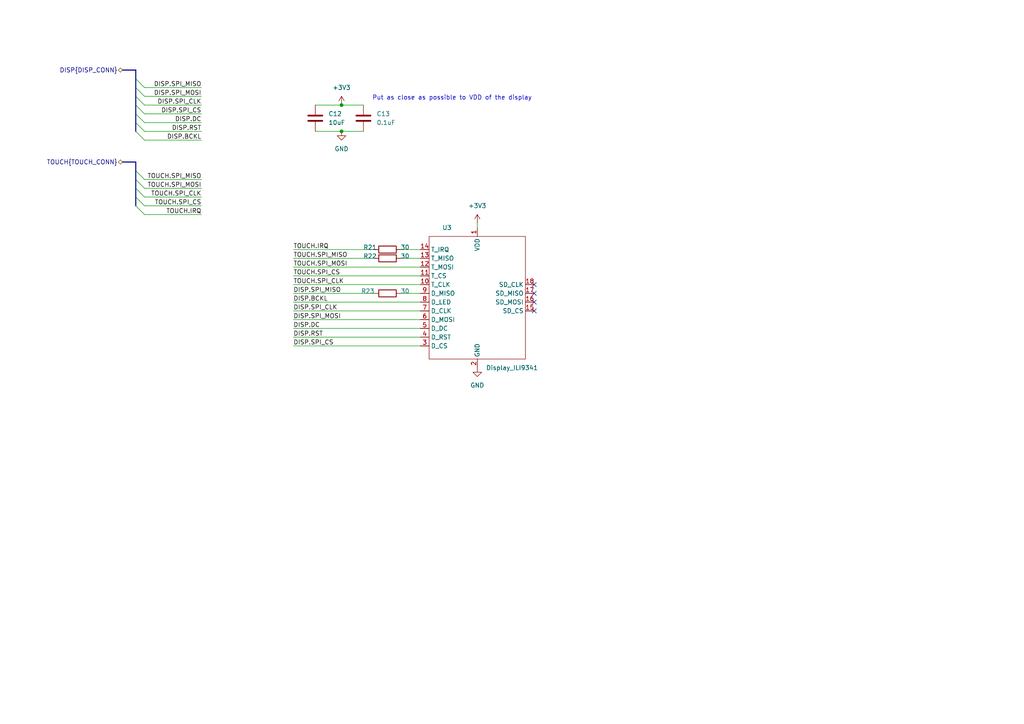
<source format=kicad_sch>
(kicad_sch (version 20211123) (generator eeschema)
  (paper "A4")
  (title_block (title "Display") (date "2022/01/07") (rev "v0.1") (company "Bzgec"))
  (lib_symbols
    (symbol "Device:C" (pin_numbers hide) (pin_names (offset 0.254))
      (property "Reference" "C" (at 0.635 2.54 0))
      (property "Value" "C" (at 0.635 -2.54 0))
      (symbol "C_0_1"
        (polyline (pts (xy -2.032 -0.762) (xy 2.032 -0.762)) (stroke (width 0.508)))
        (polyline (pts (xy -2.032 0.762) (xy 2.032 0.762)) (stroke (width 0.508)))
      )
      (symbol "C_1_1"
        (pin passive line (at 0 3.81 270) (length 2.794) (name "~") (number "1"))
        (pin passive line (at 0 -3.81 90) (length 2.794) (name "~") (number "2"))
      )
    )
    (symbol "Device:R" (pin_numbers hide) (pin_names (offset 0))
      (property "Reference" "R" (at 2.032 0 90))
      (property "Value" "R" (at 0 0 90))
      (symbol "R_0_1"
        (rectangle (start -1.016 -2.54) (end 1.016 2.54) (stroke (width 0.254)))
      )
      (symbol "R_1_1"
        (pin passive line (at 0 3.81 270) (length 1.27) (name "~") (number "1"))
        (pin passive line (at 0 -3.81 90) (length 1.27) (name "~") (number "2"))
      )
    )
    (symbol "myLib:Display_ILI9341"
      (property "Reference" "U" (at -12.7 19.05 0))
      (property "Value" "Display_ILI9341" (at 8.89 -20.32 0))
      (symbol "Display_ILI9341_0_0"
        (pin power_in line (at 0 20.32 270) (length 2.54) (name "VDD") (number "1"))
        (pin input line (at -16.51 3.81 0) (length 2.54) (name "T_CLK") (number "10"))
        (pin input line (at -16.51 6.35 0) (length 2.54) (name "T_CS") (number "11"))
        (pin input line (at -16.51 8.89 0) (length 2.54) (name "T_MOSI") (number "12"))
        (pin output line (at -16.51 11.43 0) (length 2.54) (name "T_MISO") (number "13"))
        (pin output line (at -16.51 13.97 0) (length 2.54) (name "T_IRQ") (number "14"))
        (pin input line (at 16.51 -3.81 180) (length 2.54) (name "SD_CS") (number "15"))
        (pin input line (at 16.51 -1.27 180) (length 2.54) (name "SD_MOSI") (number "16"))
        (pin output line (at 16.51 1.27 180) (length 2.54) (name "SD_MISO") (number "17"))
        (pin input line (at 16.51 3.81 180) (length 2.54) (name "SD_CLK") (number "18"))
        (pin power_in line (at 0 -20.32 90) (length 2.54) (name "GND") (number "2"))
        (pin input line (at -16.51 -13.97 0) (length 2.54) (name "D_CS") (number "3"))
        (pin input line (at -16.51 -11.43 0) (length 2.54) (name "D_RST") (number "4"))
        (pin input line (at -16.51 -8.89 0) (length 2.54) (name "D_DC") (number "5"))
        (pin input line (at -16.51 -6.35 0) (length 2.54) (name "D_MOSI") (number "6"))
        (pin input line (at -16.51 -3.81 0) (length 2.54) (name "D_CLK") (number "7"))
        (pin input line (at -16.51 -1.27 0) (length 2.54) (name "D_LED") (number "8"))
        (pin output line (at -16.51 1.27 0) (length 2.54) (name "D_MISO") (number "9"))
      )
      (symbol "Display_ILI9341_0_1"
        (rectangle (start -13.97 17.78) (end 13.97 -17.78))
      )
    )
    (symbol "power:+3.3V" (power) (pin_names (offset 0))
      (property "Value" "+3.3V" (at 0 3.556 0))
      (symbol "+3.3V_0_1"
        (polyline (pts (xy -0.762 1.27) (xy 0 2.54)))
        (polyline (pts (xy 0 0) (xy 0 2.54)))
        (polyline (pts (xy 0 2.54) (xy 0.762 1.27)))
      )
      (symbol "+3.3V_1_1"
        (pin power_in line (at 0 0 90) (length 0) hide (name "+3V3") (number "1"))
      )
    )
    (symbol "power:GND" (power) (pin_names (offset 0))
      (property "Value" "GND" (at 0 -3.81 0))
      (symbol "GND_0_1"
        (polyline (pts (xy 0 0) (xy 0 -1.27) (xy 1.27 -1.27) (xy 0 -2.54) (xy -1.27 -1.27) (xy 0 -1.27)))
      )
      (symbol "GND_1_1"
        (pin power_in line (at 0 0 270) (length 0) hide (name "GND") (number "1"))
      )
    )
  )
  (bus_alias "DISP_CONN" (members "SPI_MISO" "SPI_MOSI" "SPI_CLK" "SPI_CS" "DC" "RST" "BCKL"))
  (junction (at 99.06 30.48))
  (junction (at 99.06 38.1))
  (no_connect (at 154.94 85.09))
  (no_connect (at 154.94 87.63))
  (no_connect (at 154.94 82.55))
  (no_connect (at 154.94 90.17))
  (bus_entry (at 39.37 22.86) (size 2.54 2.54))
  (bus_entry (at 41.91 52.07) (size -2.54 -2.54))
  (bus_entry (at 41.91 59.69) (size -2.54 -2.54))
  (bus_entry (at 41.91 57.15) (size -2.54 -2.54))
  (bus_entry (at 41.91 62.23) (size -2.54 -2.54))
  (bus_entry (at 41.91 54.61) (size -2.54 -2.54))
  (bus_entry (at 39.37 25.4) (size 2.54 2.54))
  (bus_entry (at 39.37 33.02) (size 2.54 2.54))
  (bus_entry (at 39.37 35.56) (size 2.54 2.54))
  (bus_entry (at 39.37 38.1) (size 2.54 2.54))
  (bus_entry (at 39.37 30.48) (size 2.54 2.54))
  (bus_entry (at 39.37 27.94) (size 2.54 2.54))
  (bus (pts (xy 39.37 46.99) (xy 35.56 46.99)))
  (wire (pts (xy 85.09 100.33) (xy 121.92 100.33)))
  (wire (pts (xy 91.44 30.48) (xy 99.06 30.48)))
  (bus (pts (xy 39.37 20.32) (xy 39.37 22.86)))
  (bus (pts (xy 39.37 54.61) (xy 39.37 57.15)))
  (wire (pts (xy 85.09 85.09) (xy 108.585 85.09)))
  (wire (pts (xy 116.205 85.09) (xy 121.92 85.09)))
  (bus (pts (xy 39.37 52.07) (xy 39.37 54.61)))
  (bus (pts (xy 39.37 57.15) (xy 39.37 59.69)))
  (wire (pts (xy 85.09 72.39) (xy 108.585 72.39)))
  (wire (pts (xy 58.42 33.02) (xy 41.91 33.02)))
  (wire (pts (xy 85.09 92.71) (xy 121.92 92.71)))
  (wire (pts (xy 85.09 74.93) (xy 108.585 74.93)))
  (bus (pts (xy 39.37 35.56) (xy 39.37 38.1)))
  (bus (pts (xy 39.37 30.48) (xy 39.37 33.02)))
  (wire (pts (xy 85.09 80.01) (xy 121.92 80.01)))
  (wire (pts (xy 58.42 59.69) (xy 41.91 59.69)))
  (wire (pts (xy 85.09 95.25) (xy 121.92 95.25)))
  (bus (pts (xy 35.56 20.32) (xy 39.37 20.32)))
  (wire (pts (xy 99.06 38.1) (xy 105.41 38.1)))
  (bus (pts (xy 39.37 49.53) (xy 39.37 52.07)))
  (wire (pts (xy 85.09 87.63) (xy 121.92 87.63)))
  (wire (pts (xy 85.09 77.47) (xy 121.92 77.47)))
  (bus (pts (xy 39.37 27.94) (xy 39.37 25.4)))
  (wire (pts (xy 41.91 52.07) (xy 58.42 52.07)))
  (wire (pts (xy 41.91 35.56) (xy 58.42 35.56)))
  (wire (pts (xy 85.09 97.79) (xy 121.92 97.79)))
  (wire (pts (xy 85.09 90.17) (xy 121.92 90.17)))
  (wire (pts (xy 58.42 27.94) (xy 41.91 27.94)))
  (wire (pts (xy 99.06 30.48) (xy 105.41 30.48)))
  (wire (pts (xy 41.91 57.15) (xy 58.42 57.15)))
  (wire (pts (xy 41.91 30.48) (xy 58.42 30.48)))
  (wire (pts (xy 116.205 72.39) (xy 121.92 72.39)))
  (wire (pts (xy 85.09 82.55) (xy 121.92 82.55)))
  (bus (pts (xy 39.37 22.86) (xy 39.37 25.4)))
  (bus (pts (xy 39.37 27.94) (xy 39.37 30.48)))
  (wire (pts (xy 41.91 25.4) (xy 58.42 25.4)))
  (bus (pts (xy 39.37 46.99) (xy 39.37 49.53)))
  (wire (pts (xy 116.205 74.93) (xy 121.92 74.93)))
  (wire (pts (xy 91.44 38.1) (xy 99.06 38.1)))
  (wire (pts (xy 41.91 62.23) (xy 58.42 62.23)))
  (wire (pts (xy 58.42 38.1) (xy 41.91 38.1)))
  (bus (pts (xy 39.37 35.56) (xy 39.37 33.02)))
  (wire (pts (xy 138.43 64.77) (xy 138.43 66.04)))
  (wire (pts (xy 58.42 54.61) (xy 41.91 54.61)))
  (wire (pts (xy 41.91 40.64) (xy 58.42 40.64)))
  (text "Put as close as possible to VDD of the display" (at 107.95 29.21 0) (effects (font (size 1.27 1.27)) (justify left bottom)))
  (label "TOUCH.IRQ" (at 58.42 62.23 180))
  (label "TOUCH.SPI_CS" (at 85.09 80.01 0))
  (label "DISP.DC" (at 85.09 95.25 0))
  (label "TOUCH.SPI_MISO" (at 58.42 52.07 180))
  (label "TOUCH.IRQ" (at 85.09 72.39 0))
  (label "TOUCH.SPI_CLK" (at 58.42 57.15 180))
  (label "DISP.SPI_MOSI" (at 58.42 27.94 180))
  (label "DISP.BCKL" (at 58.42 40.64 180))
  (label "DISP.SPI_CS" (at 85.09 100.33 0))
  (label "DISP.SPI_CLK" (at 58.42 30.48 180))
  (label "DISP.BCKL" (at 85.09 87.63 0))
  (label "DISP.SPI_MISO" (at 85.09 85.09 0))
  (label "DISP.RST" (at 58.42 38.1 180))
  (label "DISP.RST" (at 85.09 97.79 0))
  (label "DISP.DC" (at 58.42 35.56 180))
  (label "TOUCH.SPI_CLK" (at 85.09 82.55 0))
  (label "TOUCH.SPI_MOSI" (at 58.42 54.61 180))
  (label "DISP.SPI_MISO" (at 58.42 25.4 180))
  (label "DISP.SPI_MOSI" (at 85.09 92.71 0))
  (label "TOUCH.SPI_MOSI" (at 85.09 77.47 0))
  (label "TOUCH.SPI_MISO" (at 85.09 74.93 0))
  (label "TOUCH.SPI_CS" (at 58.42 59.69 180))
  (label "DISP.SPI_CLK" (at 85.09 90.17 0))
  (label "DISP.SPI_CS" (at 58.42 33.02 180))
  (hierarchical_label "DISP{DISP_CONN}" (shape bidirectional) (at 35.56 20.32 180))
  (hierarchical_label "TOUCH{TOUCH_CONN}" (shape bidirectional) (at 35.56 46.99 180))
  (symbol (lib_id "power:+3.3V") (at 99.06 30.48 0) (unit 1)
    (property "Reference" "#PWR028" (effects hide))
    (property "Value" "+3.3V" (at 99.06 25.4 0))
  )
  (symbol (lib_id "power:+3.3V") (at 138.43 64.77 0) (unit 1)
    (property "Reference" "#PWR030" (effects hide))
    (property "Value" "+3.3V" (at 138.43 59.69 0))
  )
  (symbol (lib_id "Device:C") (at 105.41 34.29 0) (unit 1)
    (property "Reference" "C13" (at 109.22 33.0199 0) (effects (justify left)))
    (property "Value" "0.1uF" (at 109.22 35.5599 0) (effects (justify left)))
    (property "Footprint" "Capacitor_SMD:C_0603_1608Metric_Pad1.08x0.95mm_HandSolder" (effects hide))
  )
  (symbol (lib_id "myLib:Display_ILI9341") (at 138.43 86.36 0) (unit 1)
    (property "Reference" "U3" (at 128.27 66.04 0) (effects (justify left)))
    (property "Value" "Display_ILI9341" (at 140.97 106.68 0) (effects (justify left)))
    (property "Footprint" "myLib:ILI9341" (effects hide))
  )
  (symbol (lib_id "Device:R") (at 112.395 74.93 270) (mirror x) (unit 1)
    (property "Reference" "R22" (at 107.315 74.295 90))
    (property "Value" "30" (at 117.475 74.295 90))
    (property "Footprint" "Resistor_SMD:R_0603_1608Metric_Pad0.98x0.95mm_HandSolder" (effects hide))
  )
  (symbol (lib_id "Device:R") (at 112.395 85.09 90) (unit 1)
    (property "Reference" "R23" (at 106.68 84.455 90))
    (property "Value" "30" (at 117.475 84.455 90))
    (property "Footprint" "Resistor_SMD:R_0603_1608Metric_Pad0.98x0.95mm_HandSolder" (effects hide))
  )
  (symbol (lib_id "Device:C") (at 91.44 34.29 0) (unit 1)
    (property "Reference" "C12" (at 95.25 33.0199 0) (effects (justify left)))
    (property "Value" "10uF" (at 95.25 35.5599 0) (effects (justify left)))
    (property "Footprint" "Capacitor_SMD:C_0603_1608Metric_Pad1.08x0.95mm_HandSolder" (effects hide))
  )
  (symbol (lib_id "power:GND") (at 138.43 106.68 0) (unit 1)
    (property "Reference" "#PWR031" (effects hide))
    (property "Value" "GND" (at 138.43 111.76 0))
  )
  (symbol (lib_id "Device:R") (at 112.395 72.39 270) (mirror x) (unit 1)
    (property "Reference" "R21" (at 107.315 71.755 90))
    (property "Value" "30" (at 117.475 71.755 90))
    (property "Footprint" "Resistor_SMD:R_0603_1608Metric_Pad0.98x0.95mm_HandSolder" (effects hide))
  )
  (symbol (lib_id "power:GND") (at 99.06 38.1 0) (unit 1)
    (property "Reference" "#PWR029" (effects hide))
    (property "Value" "GND" (at 99.06 43.18 0))
  )
)
</source>
